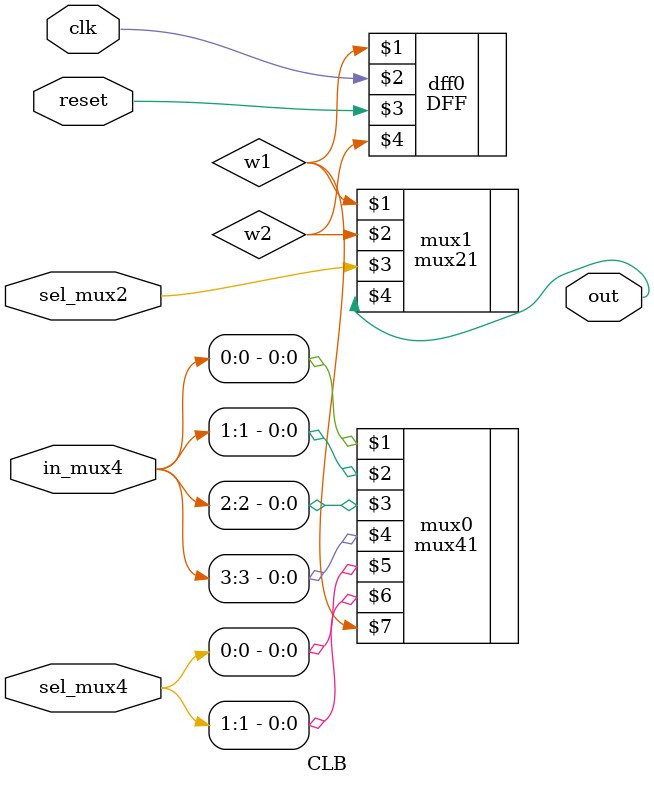
<source format=v>
`include "mux41.v"
`include "mux21.v"
`include "DFF.v"
module CLB (
    input [3:0] in_mux4,
    input [1:0] sel_mux4,
    input clk, sel_mux2, reset,
    output out
);
    wire w1, w2;
    mux41 mux0 (in_mux4[0], in_mux4[1], in_mux4[2], in_mux4[3], sel_mux4[0], sel_mux4[1], w1);
    DFF dff0 (w1, clk, reset, w2);
    mux21 mux1 (w1, w2, sel_mux2, out);
endmodule
</source>
